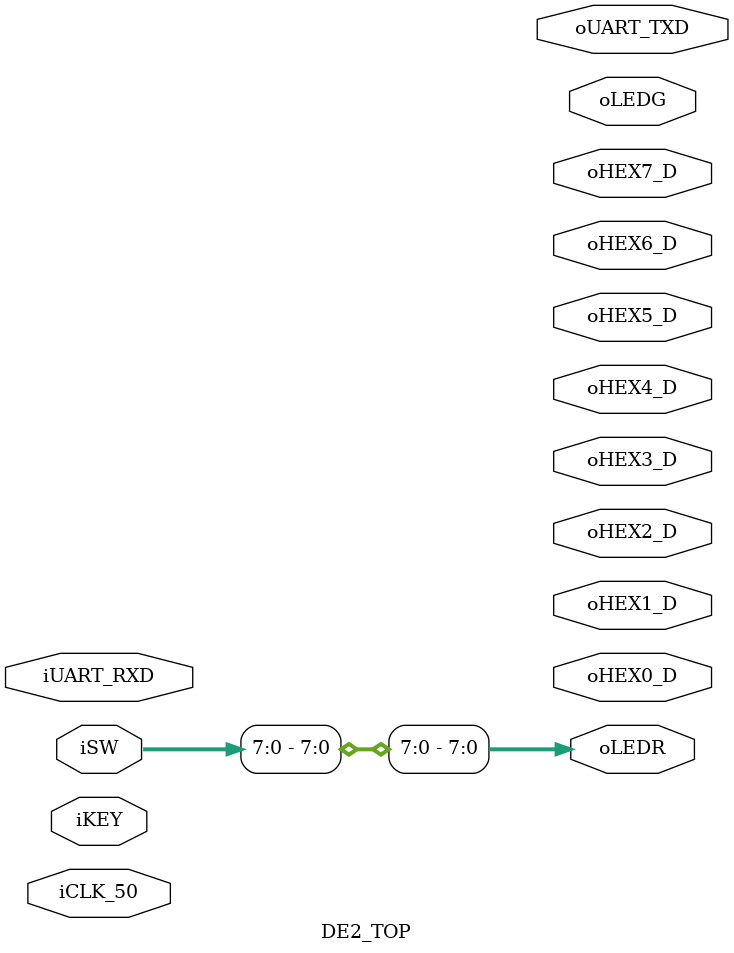
<source format=sv>

module DE2_TOP (
////////////////////////	Clock Input	 	////////////////////////
  input logic	iCLK_50,				//	50 MHz
////////////////////////	Push Button		////////////////////////
  input logic [3:0] iKEY,				//	Pushbutton[3:0]
////////////////////////	DPDT Switch		////////////////////////
  input logic [17:0] iSW,				//	Toggle Switch[17:0]
////////////////////////	7-SEG Dispaly	////////////////////////
  output logic [6:0] oHEX0_D,				//	Seven Segment Digit 0
  output logic [6:0] oHEX1_D,				//	Seven Segment Digit 1
  output logic [6:0] oHEX2_D,				//	Seven Segment Digit 2
  output logic [6:0] oHEX3_D,				//	Seven Segment Digit 3
  output logic [6:0] oHEX4_D,				//	Seven Segment Digit 4
  output logic [6:0] oHEX5_D,				//	Seven Segment Digit 5
  output logic [6:0] oHEX6_D,				//	Seven Segment Digit 6
  output logic [6:0] oHEX7_D,				//	Seven Segment Digit 7
////////////////////////////	LED		////////////////////////////
  output logic [7:0] oLEDG,				//	LED Green[8:0]
  output logic [17:0] oLEDR,				//	LED Red[17:0]
////////////////////////////	UART	////////////////////////////
  output logic oUART_TXD,				//	UART Transmitter
  input logic iUART_RXD					//	UART Receiver
);

//===========================================================================
// PARAMETER declarations
//===========================================================================


///////////////////////////////////////////////////////////////////
//=============================================================================
// REG/WIRE declarations
//=============================================================================



//=============================================================================
// Structural coding
//=============================================================================
  assign oLEDR[0] = iSW[0];
  assign oLEDR[1] = iSW[1];
  assign oLEDR[2] = iSW[2];
  assign oLEDR[3] = iSW[3];
  assign oLEDR[4] = iSW[4];
  assign oLEDR[5] = iSW[5];
  assign oLEDR[6] = iSW[6];
  assign oLEDR[7] = iSW[7];

endmodule


</source>
